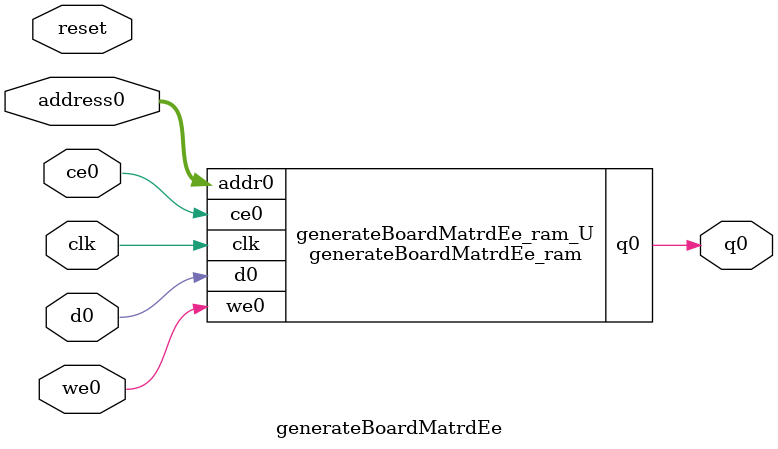
<source format=v>

`timescale 1 ns / 1 ps
module generateBoardMatrdEe_ram (addr0, ce0, d0, we0, q0,  clk);

parameter DWIDTH = 1;
parameter AWIDTH = 4;
parameter MEM_SIZE = 10;

input[AWIDTH-1:0] addr0;
input ce0;
input[DWIDTH-1:0] d0;
input we0;
output reg[DWIDTH-1:0] q0;
input clk;

(* ram_style = "distributed" *)reg [DWIDTH-1:0] ram[0:MEM_SIZE-1];




always @(posedge clk)  
begin 
    if (ce0) 
    begin
        if (we0) 
        begin 
            ram[addr0] <= d0; 
            q0 <= d0;
        end 
        else 
            q0 <= ram[addr0];
    end
end


endmodule


`timescale 1 ns / 1 ps
module generateBoardMatrdEe(
    reset,
    clk,
    address0,
    ce0,
    we0,
    d0,
    q0);

parameter DataWidth = 32'd1;
parameter AddressRange = 32'd10;
parameter AddressWidth = 32'd4;
input reset;
input clk;
input[AddressWidth - 1:0] address0;
input ce0;
input we0;
input[DataWidth - 1:0] d0;
output[DataWidth - 1:0] q0;



generateBoardMatrdEe_ram generateBoardMatrdEe_ram_U(
    .clk( clk ),
    .addr0( address0 ),
    .ce0( ce0 ),
    .d0( d0 ),
    .we0( we0 ),
    .q0( q0 ));

endmodule


</source>
